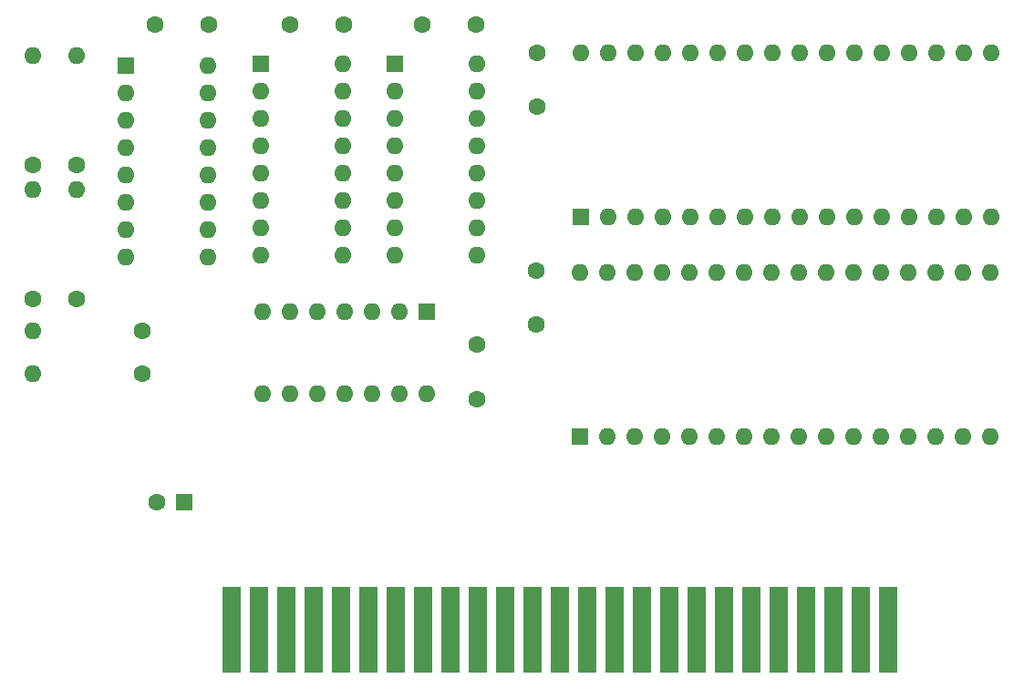
<source format=gbr>
%TF.GenerationSoftware,KiCad,Pcbnew,(7.0.0)*%
%TF.CreationDate,2023-03-31T15:06:47+09:00*%
%TF.ProjectId,project3,70726f6a-6563-4743-932e-6b696361645f,rev?*%
%TF.SameCoordinates,Original*%
%TF.FileFunction,Soldermask,Bot*%
%TF.FilePolarity,Negative*%
%FSLAX46Y46*%
G04 Gerber Fmt 4.6, Leading zero omitted, Abs format (unit mm)*
G04 Created by KiCad (PCBNEW (7.0.0)) date 2023-03-31 15:06:47*
%MOMM*%
%LPD*%
G01*
G04 APERTURE LIST*
%ADD10C,1.600000*%
%ADD11O,1.600000X1.600000*%
%ADD12R,1.600000X1.600000*%
%ADD13R,1.700000X8.000000*%
G04 APERTURE END LIST*
D10*
%TO.C,R4*%
X99945376Y-93773762D03*
D11*
X99945375Y-83613761D03*
%TD*%
D12*
%TO.C,U2*%
X146714439Y-106558492D03*
D11*
X149254439Y-106558492D03*
X151794439Y-106558492D03*
X154334439Y-106558492D03*
X156874439Y-106558492D03*
X159414439Y-106558492D03*
X161954439Y-106558492D03*
X164494439Y-106558492D03*
X167034439Y-106558492D03*
X169574439Y-106558492D03*
X172114439Y-106558492D03*
X174654439Y-106558492D03*
X177194439Y-106558492D03*
X179734439Y-106558492D03*
X182274439Y-106558492D03*
X184814439Y-106558492D03*
X184814439Y-91318492D03*
X182274439Y-91318492D03*
X179734439Y-91318492D03*
X177194439Y-91318492D03*
X174654439Y-91318492D03*
X172114439Y-91318492D03*
X169574439Y-91318492D03*
X167034439Y-91318492D03*
X164494439Y-91318492D03*
X161954439Y-91318492D03*
X159414439Y-91318492D03*
X156874439Y-91318492D03*
X154334439Y-91318492D03*
X151794439Y-91318492D03*
X149254439Y-91318492D03*
X146714439Y-91318492D03*
%TD*%
D12*
%TO.C,U6*%
X104503718Y-72092559D03*
D11*
X104503718Y-74632559D03*
X104503718Y-77172559D03*
X104503718Y-79712559D03*
X104503718Y-82252559D03*
X104503718Y-84792559D03*
X104503718Y-87332559D03*
X104503718Y-89872559D03*
X112123718Y-89872559D03*
X112123718Y-87332559D03*
X112123718Y-84792559D03*
X112123718Y-82252559D03*
X112123718Y-79712559D03*
X112123718Y-77172559D03*
X112123718Y-74632559D03*
X112123718Y-72092559D03*
%TD*%
D12*
%TO.C,U4*%
X117048701Y-71899572D03*
D11*
X117048701Y-74439572D03*
X117048701Y-76979572D03*
X117048701Y-79519572D03*
X117048701Y-82059572D03*
X117048701Y-84599572D03*
X117048701Y-87139572D03*
X117048701Y-89679572D03*
X124668701Y-89679572D03*
X124668701Y-87139572D03*
X124668701Y-84599572D03*
X124668701Y-82059572D03*
X124668701Y-79519572D03*
X124668701Y-76979572D03*
X124668701Y-74439572D03*
X124668701Y-71899572D03*
%TD*%
D12*
%TO.C,C4*%
X109925042Y-112622365D03*
D10*
X107425043Y-112622366D03*
%TD*%
%TO.C,C3*%
X124743719Y-68292560D03*
X119743719Y-68292560D03*
%TD*%
%TO.C,C6*%
X137130160Y-103019820D03*
X137130160Y-98019820D03*
%TD*%
%TO.C,C5*%
X112208156Y-68292560D03*
X107208156Y-68292560D03*
%TD*%
D12*
%TO.C,U1*%
X146733061Y-86103611D03*
D11*
X149273061Y-86103611D03*
X151813061Y-86103611D03*
X154353061Y-86103611D03*
X156893061Y-86103611D03*
X159433061Y-86103611D03*
X161973061Y-86103611D03*
X164513061Y-86103611D03*
X167053061Y-86103611D03*
X169593061Y-86103611D03*
X172133061Y-86103611D03*
X174673061Y-86103611D03*
X177213061Y-86103611D03*
X179753061Y-86103611D03*
X182293061Y-86103611D03*
X184833061Y-86103611D03*
X184833061Y-70863611D03*
X182293061Y-70863611D03*
X179753061Y-70863611D03*
X177213061Y-70863611D03*
X174673061Y-70863611D03*
X172133061Y-70863611D03*
X169593061Y-70863611D03*
X167053061Y-70863611D03*
X164513061Y-70863611D03*
X161973061Y-70863611D03*
X159433061Y-70863611D03*
X156893061Y-70863611D03*
X154353061Y-70863611D03*
X151813061Y-70863611D03*
X149273061Y-70863611D03*
X146733061Y-70863611D03*
%TD*%
D12*
%TO.C,U5*%
X129510159Y-71882448D03*
D11*
X129510159Y-74422448D03*
X129510159Y-76962448D03*
X129510159Y-79502448D03*
X129510159Y-82042448D03*
X129510159Y-84582448D03*
X129510159Y-87122448D03*
X129510159Y-89662448D03*
X137130159Y-89662448D03*
X137130159Y-87122448D03*
X137130159Y-84582448D03*
X137130159Y-82042448D03*
X137130159Y-79502448D03*
X137130159Y-76962448D03*
X137130159Y-74422448D03*
X137130159Y-71882448D03*
%TD*%
D13*
%TO.C,CE1*%
X175259999Y-124459999D03*
X172719999Y-124459999D03*
X170179999Y-124459999D03*
X167639999Y-124459999D03*
X165099999Y-124459999D03*
X162559999Y-124459999D03*
X160019999Y-124459999D03*
X157479999Y-124459999D03*
X154939999Y-124459999D03*
X152399999Y-124459999D03*
X149859999Y-124459999D03*
X147319999Y-124459999D03*
X144779999Y-124459999D03*
X142239999Y-124459999D03*
X139699999Y-124459999D03*
X137159999Y-124459999D03*
X134619999Y-124459999D03*
X132079999Y-124459999D03*
X129539999Y-124459999D03*
X126999999Y-124459999D03*
X124459999Y-124459999D03*
X121919999Y-124459999D03*
X119379999Y-124459999D03*
X116839999Y-124459999D03*
X114299999Y-124459999D03*
%TD*%
D10*
%TO.C,C1*%
X142727494Y-70912560D03*
X142727494Y-75912560D03*
%TD*%
%TO.C,C7*%
X137050160Y-68292560D03*
X132050160Y-68292560D03*
%TD*%
D12*
%TO.C,U3*%
X132443718Y-94972559D03*
D11*
X129903718Y-94972559D03*
X127363718Y-94972559D03*
X124823718Y-94972559D03*
X122283718Y-94972559D03*
X119743718Y-94972559D03*
X117203718Y-94972559D03*
X117203718Y-102592559D03*
X119743718Y-102592559D03*
X122283718Y-102592559D03*
X124823718Y-102592559D03*
X127363718Y-102592559D03*
X129903718Y-102592559D03*
X132443718Y-102592559D03*
%TD*%
D10*
%TO.C,C2*%
X142643575Y-91152560D03*
X142643575Y-96152560D03*
%TD*%
%TO.C,R2*%
X99962996Y-81325981D03*
D11*
X99962995Y-71165980D03*
%TD*%
D10*
%TO.C,R6*%
X106077301Y-96670862D03*
D11*
X95917300Y-96670861D03*
%TD*%
D10*
%TO.C,R5*%
X106077301Y-100720862D03*
D11*
X95917300Y-100720861D03*
%TD*%
D10*
%TO.C,R1*%
X95912996Y-81325981D03*
D11*
X95912995Y-71165980D03*
%TD*%
D10*
%TO.C,R3*%
X95895376Y-93773762D03*
D11*
X95895375Y-83613761D03*
%TD*%
M02*

</source>
